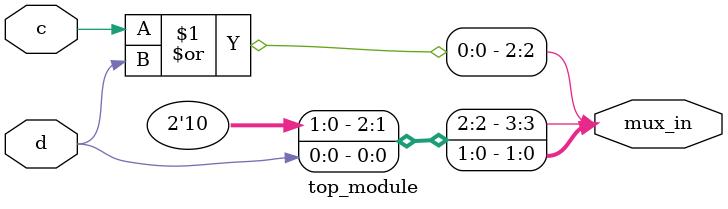
<source format=sv>
module top_module (
	input c,
	input d,
	output [3:0] mux_in
);

    // Correct assignment of values to mux_in based on the Karnaugh map
    assign mux_in[0] = d;         // ab = 00 -> mux_in[0] = d
    assign mux_in[1] = 0;         // ab = 01 -> mux_in[1] = 0
    assign mux_in[2] = c | d;     // ab = 11 -> mux_in[2] = c | d
    assign mux_in[3] = 1;         // ab = 10 -> mux_in[3] = 1

endmodule

</source>
